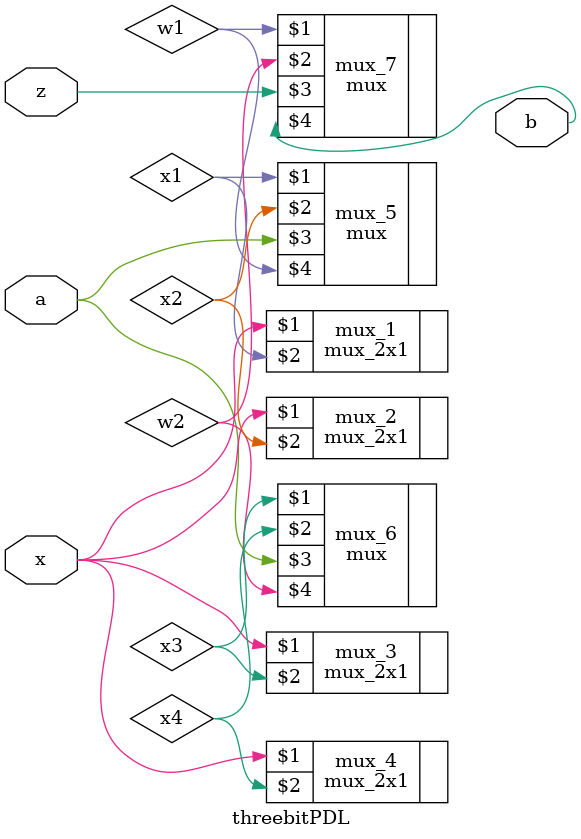
<source format=sv>
`timescale 1ns / 1ps


 module threebitPDL(
    input wire x,
    input wire  a,
    input wire z,
    output wire b
 );
  
  wire x1 , x2 , x3 , x4 ,w1 ,w2;

    mux_2x1 mux_1(
        x,
        x1
    );

    mux_2x1 mux_2(
        x,
        x2
    );

    mux_2x1 mux_3(
        x,
        x3
    );

    mux_2x1 mux_4(
        x,
        x4
    );

    mux mux_5(x1,x2,a,w1);
    mux mux_6(x3,x4,a,w2);

    mux mux_7(w1,w2,z,b);

endmodule

</source>
